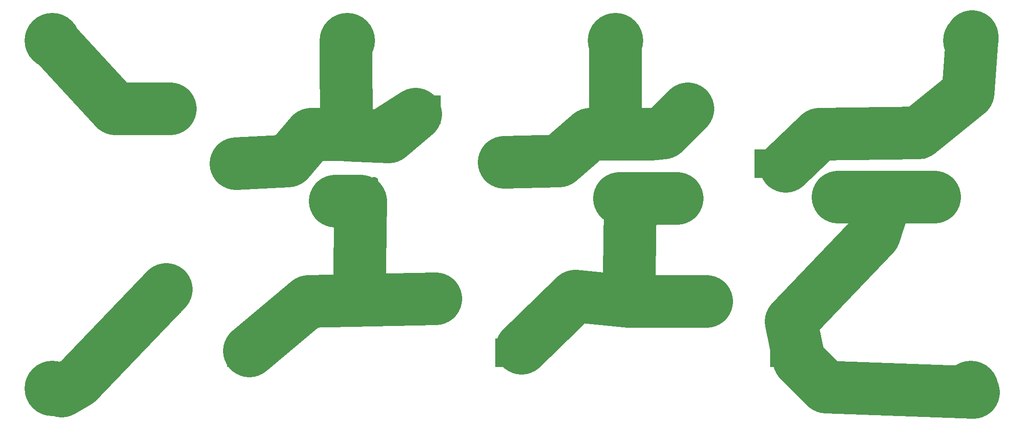
<source format=gbr>
%TF.GenerationSoftware,KiCad,Pcbnew,7.0.7*%
%TF.CreationDate,2023-10-16T15:11:45+02:00*%
%TF.ProjectId,GradientAmplifierFilter_V3,47726164-6965-46e7-9441-6d706c696669,rev?*%
%TF.SameCoordinates,Original*%
%TF.FileFunction,Soldermask,Bot*%
%TF.FilePolarity,Negative*%
%FSLAX46Y46*%
G04 Gerber Fmt 4.6, Leading zero omitted, Abs format (unit mm)*
G04 Created by KiCad (PCBNEW 7.0.7) date 2023-10-16 15:11:45*
%MOMM*%
%LPD*%
G01*
G04 APERTURE LIST*
%ADD10C,10.000000*%
%ADD11C,1.600000*%
%ADD12C,1.800000*%
%ADD13C,1.575000*%
%ADD14C,10.500000*%
%ADD15R,8.500000X5.500000*%
G04 APERTURE END LIST*
D10*
X103886000Y-106680000D02*
X104140000Y-88900000D01*
X144780000Y-106934000D02*
X134620000Y-116840000D01*
X147574000Y-76200000D02*
X159258000Y-76200000D01*
X94234000Y-107950000D02*
X83058000Y-117348000D01*
X159258000Y-76200000D02*
X161544000Y-75946000D01*
X185674000Y-111760000D02*
X187198000Y-119126000D01*
X184658000Y-82296000D02*
X191008000Y-76200000D01*
X101473000Y-76327000D02*
X101346000Y-58674000D01*
X201422000Y-95250000D02*
X185674000Y-111760000D01*
X152400000Y-74676000D02*
X152400000Y-58928000D01*
X191008000Y-76200000D02*
X209804000Y-75946000D01*
X57658000Y-71374000D02*
X68072000Y-71374000D01*
X109474000Y-76708000D02*
X101473000Y-76327000D01*
X154940000Y-107950000D02*
X155194000Y-90678000D01*
X94742000Y-76200000D02*
X108204000Y-76454000D01*
X153416000Y-76200000D02*
X152400000Y-74676000D01*
X194564000Y-88138000D02*
X212852000Y-88138000D01*
X192278000Y-124206000D02*
X220218000Y-125222000D01*
X187198000Y-119126000D02*
X192278000Y-124206000D01*
X118364000Y-107442000D02*
X94234000Y-107950000D01*
X45974000Y-58674000D02*
X57658000Y-71374000D01*
X90424000Y-81280000D02*
X94742000Y-76200000D01*
X131318000Y-81534000D02*
X141732000Y-81280000D01*
X212852000Y-88138000D02*
X203708000Y-88138000D01*
X144780000Y-106934000D02*
X154940000Y-107950000D01*
X203708000Y-88138000D02*
X201422000Y-95250000D01*
X108204000Y-76454000D02*
X114554000Y-72390000D01*
X141732000Y-81280000D02*
X147574000Y-76200000D01*
X164084000Y-88392000D02*
X153162000Y-88392000D01*
X114554000Y-72390000D02*
X109474000Y-76708000D01*
X209804000Y-75946000D02*
X219202000Y-68326000D01*
X80518000Y-81788000D02*
X90424000Y-81280000D01*
X50546000Y-123190000D02*
X47498000Y-124968000D01*
X169672000Y-107950000D02*
X154940000Y-107950000D01*
X67310000Y-105664000D02*
X50546000Y-123190000D01*
X219202000Y-68326000D02*
X219964000Y-57658000D01*
X155194000Y-90678000D02*
X154940000Y-107950000D01*
X161544000Y-75946000D02*
X166116000Y-71374000D01*
X104140000Y-88900000D02*
X99314000Y-88900000D01*
D11*
%TO.C,C3*%
X100360000Y-80050000D03*
X100360000Y-85050000D03*
%TD*%
D12*
%TO.C,C8*%
X192610000Y-80010000D03*
X192610000Y-85010000D03*
%TD*%
D13*
%TO.C,C1*%
X92710000Y-81480000D03*
X92710000Y-106480000D03*
%TD*%
D11*
%TO.C,C2*%
X106680000Y-80050000D03*
X106680000Y-85050000D03*
%TD*%
D14*
%TO.C,H5*%
X219710000Y-58420000D03*
%TD*%
D11*
%TO.C,C9*%
X210820000Y-80050000D03*
X210820000Y-85050000D03*
%TD*%
D15*
%TO.C,L2*%
X83060000Y-117680000D03*
X65910000Y-107480000D03*
%TD*%
D11*
%TO.C,C5*%
X158750000Y-80050000D03*
X158750000Y-85050000D03*
%TD*%
D15*
%TO.C,L5*%
X165860000Y-71550000D03*
X183010000Y-81750000D03*
%TD*%
D11*
%TO.C,C6*%
X152400000Y-80050000D03*
X152400000Y-85050000D03*
%TD*%
D15*
%TO.C,L6*%
X185930000Y-117680000D03*
X168780000Y-107480000D03*
%TD*%
%TO.C,L3*%
X115060000Y-71550000D03*
X132210000Y-81750000D03*
%TD*%
D14*
%TO.C,H6*%
X219710000Y-124460000D03*
%TD*%
D12*
%TO.C,C7*%
X201930000Y-80010000D03*
X201930000Y-85010000D03*
%TD*%
D13*
%TO.C,C4*%
X143510000Y-81575000D03*
X143510000Y-106575000D03*
%TD*%
D14*
%TO.C,H4*%
X152400000Y-58420000D03*
%TD*%
D15*
%TO.C,L4*%
X133860000Y-117680000D03*
X116710000Y-107480000D03*
%TD*%
D14*
%TO.C,H1*%
X45720000Y-58420000D03*
%TD*%
%TO.C,H2*%
X45720000Y-124460000D03*
%TD*%
%TO.C,H3*%
X101600000Y-58420000D03*
%TD*%
D15*
%TO.C,L1*%
X64390000Y-71550000D03*
X81540000Y-81750000D03*
%TD*%
M02*

</source>
